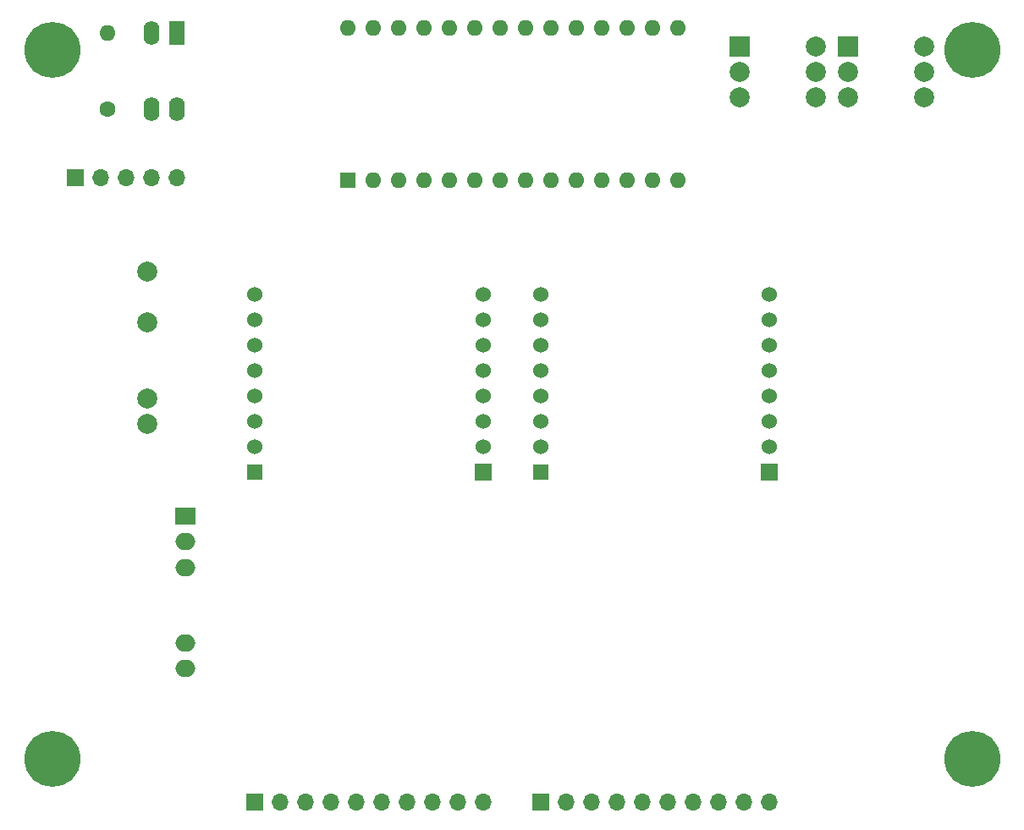
<source format=gbs>
G04 #@! TF.GenerationSoftware,KiCad,Pcbnew,7.0.11*
G04 #@! TF.CreationDate,2024-07-15T12:45:27+02:00*
G04 #@! TF.ProjectId,NOP100,4e4f5031-3030-42e6-9b69-6361645f7063,221101*
G04 #@! TF.SameCoordinates,Original*
G04 #@! TF.FileFunction,Soldermask,Bot*
G04 #@! TF.FilePolarity,Negative*
%FSLAX46Y46*%
G04 Gerber Fmt 4.6, Leading zero omitted, Abs format (unit mm)*
G04 Created by KiCad (PCBNEW 7.0.11) date 2024-07-15 12:45:27*
%MOMM*%
%LPD*%
G01*
G04 APERTURE LIST*
%ADD10C,3.600000*%
%ADD11C,5.600000*%
%ADD12C,2.000000*%
%ADD13R,2.000000X2.000000*%
%ADD14C,1.600000*%
%ADD15O,1.600000X1.600000*%
%ADD16R,1.600000X1.600000*%
%ADD17R,1.700000X1.700000*%
%ADD18O,1.700000X1.700000*%
%ADD19R,2.000000X1.700000*%
%ADD20O,2.000000X1.700000*%
%ADD21R,1.600000X2.400000*%
%ADD22O,1.600000X2.400000*%
%ADD23R,1.676400X1.676400*%
%ADD24C,1.524000*%
%ADD25R,1.524000X1.524000*%
G04 APERTURE END LIST*
D10*
X46000000Y35500000D03*
D11*
X46000000Y35500000D03*
D10*
X-46000000Y35500000D03*
D11*
X-46000000Y35500000D03*
D10*
X-46000000Y-35500000D03*
D11*
X-46000000Y-35500000D03*
D10*
X46000000Y-35500000D03*
D11*
X46000000Y-35500000D03*
D12*
X22790000Y33310000D03*
X30410000Y33310000D03*
D13*
X22790000Y35850000D03*
D12*
X30410000Y30770000D03*
X22790000Y30770000D03*
X30410000Y35850000D03*
X33560000Y33310000D03*
X41180000Y33310000D03*
D13*
X33560000Y35850000D03*
D12*
X41180000Y30770000D03*
X33560000Y30770000D03*
X41180000Y35850000D03*
X-36550000Y-1940000D03*
X-36550000Y600000D03*
X-36550000Y8220000D03*
X-36550000Y13300000D03*
D14*
X-40481000Y29579000D03*
D15*
X-40481000Y37199000D03*
D16*
X-16480000Y22460000D03*
D15*
X-13940000Y22460000D03*
X-11400000Y22460000D03*
X-8860000Y22460000D03*
X-6320000Y22460000D03*
X-3780000Y22460000D03*
X-1240000Y22460000D03*
X1300000Y22460000D03*
X3840000Y22460000D03*
X6380000Y22460000D03*
X8920000Y22460000D03*
X11460000Y22460000D03*
X14000000Y22460000D03*
X16540000Y22460000D03*
X16540000Y37700000D03*
X14000000Y37700000D03*
X11460000Y37700000D03*
X8920000Y37700000D03*
X6380000Y37700000D03*
X3840000Y37700000D03*
X1300000Y37700000D03*
X-1240000Y37700000D03*
X-3780000Y37700000D03*
X-6320000Y37700000D03*
X-8860000Y37700000D03*
X-11400000Y37700000D03*
X-13940000Y37700000D03*
X-16480000Y37700000D03*
D17*
X-43740000Y22670000D03*
D18*
X-41200000Y22670000D03*
X-38660000Y22670000D03*
X-36120000Y22670000D03*
X-33580000Y22670000D03*
D19*
X-32700000Y-11200000D03*
D20*
X-32700000Y-13740000D03*
X-32700000Y-16320000D03*
X-32700000Y-23900000D03*
X-32700000Y-26440000D03*
D21*
X-33560000Y37200000D03*
D22*
X-36090000Y37200000D03*
X-36090000Y29580000D03*
X-33550000Y29580000D03*
D23*
X25715000Y-6785000D03*
D24*
X25715000Y-4245000D03*
X25715000Y-1705000D03*
X25715000Y835000D03*
X25715000Y3375000D03*
X25715000Y5915000D03*
X25715000Y8455000D03*
X25715000Y10995000D03*
X2855000Y10995000D03*
X2855000Y8455000D03*
X2855000Y5915000D03*
X2855000Y3375000D03*
X2855000Y835000D03*
X2855000Y-1705000D03*
X2855000Y-4245000D03*
D25*
X2855000Y-6785000D03*
D23*
X-2900000Y-6740000D03*
D24*
X-2900000Y-4200000D03*
X-2900000Y-1660000D03*
X-2900000Y880000D03*
X-2900000Y3420000D03*
X-2900000Y5960000D03*
X-2900000Y8500000D03*
X-2900000Y11040000D03*
X-25760000Y11040000D03*
X-25760000Y8500000D03*
X-25760000Y5960000D03*
X-25760000Y3420000D03*
X-25760000Y880000D03*
X-25760000Y-1660000D03*
X-25760000Y-4200000D03*
D25*
X-25760000Y-6740000D03*
D17*
X2900000Y-39760000D03*
D18*
X5440000Y-39760000D03*
X7980000Y-39760000D03*
X10520000Y-39760000D03*
X13060000Y-39760000D03*
X15600000Y-39760000D03*
X18140000Y-39760000D03*
X20680000Y-39760000D03*
X23220000Y-39760000D03*
X25760000Y-39760000D03*
D17*
X-25750000Y-39760000D03*
D18*
X-23210000Y-39760000D03*
X-20670000Y-39760000D03*
X-18130000Y-39760000D03*
X-15590000Y-39760000D03*
X-13050000Y-39760000D03*
X-10510000Y-39760000D03*
X-7970000Y-39760000D03*
X-5430000Y-39760000D03*
X-2890000Y-39760000D03*
M02*

</source>
